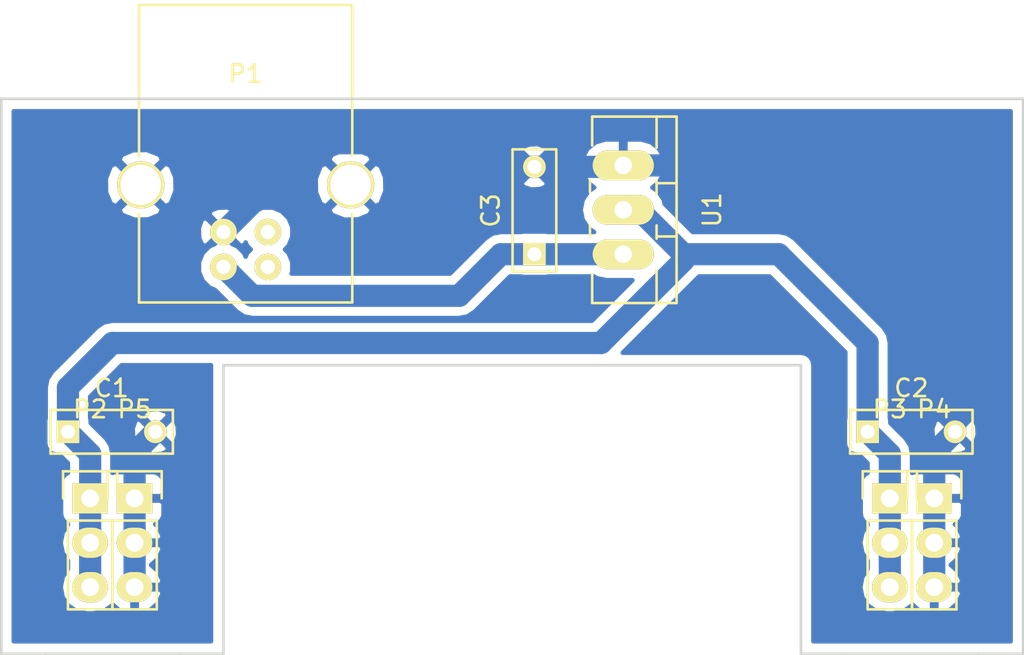
<source format=kicad_pcb>
(kicad_pcb (version 4) (host pcbnew "(2015-12-07 BZR 6352)-product")

  (general
    (links 22)
    (no_connects 0)
    (area 147.237667 52.509979 205.822334 90.245001)
    (thickness 1.6)
    (drawings 14)
    (tracks 41)
    (zones 0)
    (modules 9)
    (nets 6)
  )

  (page A4)
  (layers
    (0 F.Cu signal)
    (31 B.Cu signal)
    (32 B.Adhes user)
    (33 F.Adhes user)
    (34 B.Paste user)
    (35 F.Paste user)
    (36 B.SilkS user)
    (37 F.SilkS user)
    (38 B.Mask user)
    (39 F.Mask user)
    (40 Dwgs.User user)
    (41 Cmts.User user)
    (42 Eco1.User user)
    (43 Eco2.User user)
    (44 Edge.Cuts user)
    (45 Margin user)
    (46 B.CrtYd user)
    (47 F.CrtYd user)
    (48 B.Fab user)
    (49 F.Fab user)
  )

  (setup
    (last_trace_width 0.254)
    (user_trace_width 1.27)
    (trace_clearance 0.254)
    (zone_clearance 0.508)
    (zone_45_only no)
    (trace_min 0.2)
    (segment_width 0.2)
    (edge_width 0.15)
    (via_size 0.6)
    (via_drill 0.4)
    (via_min_size 0.4)
    (via_min_drill 0.3)
    (uvia_size 0.3)
    (uvia_drill 0.1)
    (uvias_allowed no)
    (uvia_min_size 0)
    (uvia_min_drill 0)
    (pcb_text_width 0.3)
    (pcb_text_size 1.5 1.5)
    (mod_edge_width 0.15)
    (mod_text_size 1 1)
    (mod_text_width 0.15)
    (pad_size 1.524 1.524)
    (pad_drill 0.762)
    (pad_to_mask_clearance 0.2)
    (aux_axis_origin 0 0)
    (visible_elements FFFFFF7F)
    (pcbplotparams
      (layerselection 0x01000_80000000)
      (usegerberextensions false)
      (excludeedgelayer true)
      (linewidth 0.100000)
      (plotframeref false)
      (viasonmask false)
      (mode 1)
      (useauxorigin false)
      (hpglpennumber 1)
      (hpglpenspeed 20)
      (hpglpendiameter 15)
      (hpglpenoverlay 2)
      (psnegative false)
      (psa4output false)
      (plotreference true)
      (plotvalue true)
      (plotinvisibletext false)
      (padsonsilk false)
      (subtractmaskfromsilk false)
      (outputformat 1)
      (mirror false)
      (drillshape 0)
      (scaleselection 1)
      (outputdirectory ""))
  )

  (net 0 "")
  (net 1 "Net-(C1-Pad1)")
  (net 2 GND)
  (net 3 "Net-(C3-Pad1)")
  (net 4 "Net-(P1-Pad2)")
  (net 5 "Net-(P1-Pad3)")

  (net_class Default "This is the default net class."
    (clearance 0.254)
    (trace_width 0.254)
    (via_dia 0.6)
    (via_drill 0.4)
    (uvia_dia 0.3)
    (uvia_drill 0.1)
    (add_net GND)
    (add_net "Net-(C1-Pad1)")
    (add_net "Net-(C3-Pad1)")
    (add_net "Net-(P1-Pad2)")
    (add_net "Net-(P1-Pad3)")
  )

  (module Capacitors_ThroughHole:C_Rect_L7_W2.5_P5 (layer F.Cu) (tedit 0) (tstamp 56B56E50)
    (at 3.81 -12.7)
    (descr "Film Capacitor Length 7mm x Width 2.5mm, Pitch 5mm")
    (tags Capacitor)
    (path /56B56E62)
    (fp_text reference C1 (at 2.5 -2.5) (layer F.SilkS)
      (effects (font (size 1 1) (thickness 0.15)))
    )
    (fp_text value .1u (at 2.5 2.5) (layer F.Fab)
      (effects (font (size 1 1) (thickness 0.15)))
    )
    (fp_line (start -1.25 -1.5) (end 6.25 -1.5) (layer F.CrtYd) (width 0.05))
    (fp_line (start 6.25 -1.5) (end 6.25 1.5) (layer F.CrtYd) (width 0.05))
    (fp_line (start 6.25 1.5) (end -1.25 1.5) (layer F.CrtYd) (width 0.05))
    (fp_line (start -1.25 1.5) (end -1.25 -1.5) (layer F.CrtYd) (width 0.05))
    (fp_line (start -1 -1.25) (end 6 -1.25) (layer F.SilkS) (width 0.15))
    (fp_line (start 6 -1.25) (end 6 1.25) (layer F.SilkS) (width 0.15))
    (fp_line (start 6 1.25) (end -1 1.25) (layer F.SilkS) (width 0.15))
    (fp_line (start -1 1.25) (end -1 -1.25) (layer F.SilkS) (width 0.15))
    (pad 1 thru_hole rect (at 0 0) (size 1.3 1.3) (drill 0.8) (layers *.Cu *.Mask F.SilkS)
      (net 1 "Net-(C1-Pad1)"))
    (pad 2 thru_hole circle (at 5 0) (size 1.3 1.3) (drill 0.8) (layers *.Cu *.Mask F.SilkS)
      (net 2 GND))
  )

  (module Capacitors_ThroughHole:C_Rect_L7_W2.5_P5 (layer F.Cu) (tedit 0) (tstamp 56B56E56)
    (at 49.53 -12.7)
    (descr "Film Capacitor Length 7mm x Width 2.5mm, Pitch 5mm")
    (tags Capacitor)
    (path /56B56EE2)
    (fp_text reference C2 (at 2.5 -2.5) (layer F.SilkS)
      (effects (font (size 1 1) (thickness 0.15)))
    )
    (fp_text value .1u (at 2.5 2.5) (layer F.Fab)
      (effects (font (size 1 1) (thickness 0.15)))
    )
    (fp_line (start -1.25 -1.5) (end 6.25 -1.5) (layer F.CrtYd) (width 0.05))
    (fp_line (start 6.25 -1.5) (end 6.25 1.5) (layer F.CrtYd) (width 0.05))
    (fp_line (start 6.25 1.5) (end -1.25 1.5) (layer F.CrtYd) (width 0.05))
    (fp_line (start -1.25 1.5) (end -1.25 -1.5) (layer F.CrtYd) (width 0.05))
    (fp_line (start -1 -1.25) (end 6 -1.25) (layer F.SilkS) (width 0.15))
    (fp_line (start 6 -1.25) (end 6 1.25) (layer F.SilkS) (width 0.15))
    (fp_line (start 6 1.25) (end -1 1.25) (layer F.SilkS) (width 0.15))
    (fp_line (start -1 1.25) (end -1 -1.25) (layer F.SilkS) (width 0.15))
    (pad 1 thru_hole rect (at 0 0) (size 1.3 1.3) (drill 0.8) (layers *.Cu *.Mask F.SilkS)
      (net 1 "Net-(C1-Pad1)"))
    (pad 2 thru_hole circle (at 5 0) (size 1.3 1.3) (drill 0.8) (layers *.Cu *.Mask F.SilkS)
      (net 2 GND))
  )

  (module Capacitors_ThroughHole:C_Rect_L7_W2.5_P5 (layer F.Cu) (tedit 0) (tstamp 56B56E5C)
    (at 30.48 -22.86 90)
    (descr "Film Capacitor Length 7mm x Width 2.5mm, Pitch 5mm")
    (tags Capacitor)
    (path /56B56E22)
    (fp_text reference C3 (at 2.5 -2.5 90) (layer F.SilkS)
      (effects (font (size 1 1) (thickness 0.15)))
    )
    (fp_text value .47u (at 2.5 2.5 90) (layer F.Fab)
      (effects (font (size 1 1) (thickness 0.15)))
    )
    (fp_line (start -1.25 -1.5) (end 6.25 -1.5) (layer F.CrtYd) (width 0.05))
    (fp_line (start 6.25 -1.5) (end 6.25 1.5) (layer F.CrtYd) (width 0.05))
    (fp_line (start 6.25 1.5) (end -1.25 1.5) (layer F.CrtYd) (width 0.05))
    (fp_line (start -1.25 1.5) (end -1.25 -1.5) (layer F.CrtYd) (width 0.05))
    (fp_line (start -1 -1.25) (end 6 -1.25) (layer F.SilkS) (width 0.15))
    (fp_line (start 6 -1.25) (end 6 1.25) (layer F.SilkS) (width 0.15))
    (fp_line (start 6 1.25) (end -1 1.25) (layer F.SilkS) (width 0.15))
    (fp_line (start -1 1.25) (end -1 -1.25) (layer F.SilkS) (width 0.15))
    (pad 1 thru_hole rect (at 0 0 90) (size 1.3 1.3) (drill 0.8) (layers *.Cu *.Mask F.SilkS)
      (net 3 "Net-(C3-Pad1)"))
    (pad 2 thru_hole circle (at 5 0 90) (size 1.3 1.3) (drill 0.8) (layers *.Cu *.Mask F.SilkS)
      (net 2 GND))
  )

  (module Connect:USB_B (layer F.Cu) (tedit 55B36073) (tstamp 56B56E66)
    (at 12.7 -22.13102 90)
    (descr "USB B connector")
    (tags "USB_B USB_DEV")
    (path /56B56D08)
    (fp_text reference P1 (at 11.049 1.27 180) (layer F.SilkS)
      (effects (font (size 1 1) (thickness 0.15)))
    )
    (fp_text value USB_B (at 4.699 1.27 180) (layer F.Fab)
      (effects (font (size 1 1) (thickness 0.15)))
    )
    (fp_line (start 15.25 8.9) (end -2.3 8.9) (layer F.CrtYd) (width 0.05))
    (fp_line (start -2.3 8.9) (end -2.3 -6.35) (layer F.CrtYd) (width 0.05))
    (fp_line (start -2.3 -6.35) (end 15.25 -6.35) (layer F.CrtYd) (width 0.05))
    (fp_line (start 15.25 -6.35) (end 15.25 8.9) (layer F.CrtYd) (width 0.05))
    (fp_line (start 6.35 7.366) (end 14.986 7.366) (layer F.SilkS) (width 0.15))
    (fp_line (start -2.032 7.366) (end 3.048 7.366) (layer F.SilkS) (width 0.15))
    (fp_line (start 6.35 -4.826) (end 14.986 -4.826) (layer F.SilkS) (width 0.15))
    (fp_line (start -2.032 -4.826) (end 3.048 -4.826) (layer F.SilkS) (width 0.15))
    (fp_line (start 14.986 -4.826) (end 14.986 7.366) (layer F.SilkS) (width 0.15))
    (fp_line (start -2.032 7.366) (end -2.032 -4.826) (layer F.SilkS) (width 0.15))
    (pad 2 thru_hole circle (at 0 2.54) (size 1.524 1.524) (drill 0.8128) (layers *.Cu *.Mask F.SilkS)
      (net 4 "Net-(P1-Pad2)"))
    (pad 1 thru_hole circle (at 0 0) (size 1.524 1.524) (drill 0.8128) (layers *.Cu *.Mask F.SilkS)
      (net 3 "Net-(C3-Pad1)"))
    (pad 4 thru_hole circle (at 1.99898 0) (size 1.524 1.524) (drill 0.8128) (layers *.Cu *.Mask F.SilkS)
      (net 2 GND))
    (pad 3 thru_hole circle (at 1.99898 2.54) (size 1.524 1.524) (drill 0.8128) (layers *.Cu *.Mask F.SilkS)
      (net 5 "Net-(P1-Pad3)"))
    (pad 5 thru_hole circle (at 4.699 7.26948) (size 2.70002 2.70002) (drill 2.30124) (layers *.Cu *.Mask F.SilkS)
      (net 2 GND))
    (pad 5 thru_hole circle (at 4.699 -4.72948) (size 2.70002 2.70002) (drill 2.30124) (layers *.Cu *.Mask F.SilkS)
      (net 2 GND))
    (model Connect.3dshapes/USB_B.wrl
      (at (xyz 0.185 -0.05 0.001))
      (scale (xyz 0.3937 0.3937 0.3937))
      (rotate (xyz 0 0 -90))
    )
  )

  (module Pin_Headers:Pin_Header_Straight_1x03 (layer F.Cu) (tedit 0) (tstamp 56B56E6D)
    (at 5.08 -8.89)
    (descr "Through hole pin header")
    (tags "pin header")
    (path /56B56F63)
    (fp_text reference P2 (at 0 -5.1) (layer F.SilkS)
      (effects (font (size 1 1) (thickness 0.15)))
    )
    (fp_text value CONN_01X03 (at 0 -3.1) (layer F.Fab)
      (effects (font (size 1 1) (thickness 0.15)))
    )
    (fp_line (start -1.75 -1.75) (end -1.75 6.85) (layer F.CrtYd) (width 0.05))
    (fp_line (start 1.75 -1.75) (end 1.75 6.85) (layer F.CrtYd) (width 0.05))
    (fp_line (start -1.75 -1.75) (end 1.75 -1.75) (layer F.CrtYd) (width 0.05))
    (fp_line (start -1.75 6.85) (end 1.75 6.85) (layer F.CrtYd) (width 0.05))
    (fp_line (start -1.27 1.27) (end -1.27 6.35) (layer F.SilkS) (width 0.15))
    (fp_line (start -1.27 6.35) (end 1.27 6.35) (layer F.SilkS) (width 0.15))
    (fp_line (start 1.27 6.35) (end 1.27 1.27) (layer F.SilkS) (width 0.15))
    (fp_line (start 1.55 -1.55) (end 1.55 0) (layer F.SilkS) (width 0.15))
    (fp_line (start 1.27 1.27) (end -1.27 1.27) (layer F.SilkS) (width 0.15))
    (fp_line (start -1.55 0) (end -1.55 -1.55) (layer F.SilkS) (width 0.15))
    (fp_line (start -1.55 -1.55) (end 1.55 -1.55) (layer F.SilkS) (width 0.15))
    (pad 1 thru_hole rect (at 0 0) (size 2.032 1.7272) (drill 1.016) (layers *.Cu *.Mask F.SilkS)
      (net 1 "Net-(C1-Pad1)"))
    (pad 2 thru_hole oval (at 0 2.54) (size 2.032 1.7272) (drill 1.016) (layers *.Cu *.Mask F.SilkS)
      (net 1 "Net-(C1-Pad1)"))
    (pad 3 thru_hole oval (at 0 5.08) (size 2.032 1.7272) (drill 1.016) (layers *.Cu *.Mask F.SilkS)
      (net 1 "Net-(C1-Pad1)"))
    (model Pin_Headers.3dshapes/Pin_Header_Straight_1x03.wrl
      (at (xyz 0 -0.1 0))
      (scale (xyz 1 1 1))
      (rotate (xyz 0 0 90))
    )
  )

  (module Pin_Headers:Pin_Header_Straight_1x03 (layer F.Cu) (tedit 0) (tstamp 56B56E74)
    (at 50.8 -8.89)
    (descr "Through hole pin header")
    (tags "pin header")
    (path /56B56FC2)
    (fp_text reference P3 (at 0 -5.1) (layer F.SilkS)
      (effects (font (size 1 1) (thickness 0.15)))
    )
    (fp_text value CONN_01X03 (at 0 -3.1) (layer F.Fab)
      (effects (font (size 1 1) (thickness 0.15)))
    )
    (fp_line (start -1.75 -1.75) (end -1.75 6.85) (layer F.CrtYd) (width 0.05))
    (fp_line (start 1.75 -1.75) (end 1.75 6.85) (layer F.CrtYd) (width 0.05))
    (fp_line (start -1.75 -1.75) (end 1.75 -1.75) (layer F.CrtYd) (width 0.05))
    (fp_line (start -1.75 6.85) (end 1.75 6.85) (layer F.CrtYd) (width 0.05))
    (fp_line (start -1.27 1.27) (end -1.27 6.35) (layer F.SilkS) (width 0.15))
    (fp_line (start -1.27 6.35) (end 1.27 6.35) (layer F.SilkS) (width 0.15))
    (fp_line (start 1.27 6.35) (end 1.27 1.27) (layer F.SilkS) (width 0.15))
    (fp_line (start 1.55 -1.55) (end 1.55 0) (layer F.SilkS) (width 0.15))
    (fp_line (start 1.27 1.27) (end -1.27 1.27) (layer F.SilkS) (width 0.15))
    (fp_line (start -1.55 0) (end -1.55 -1.55) (layer F.SilkS) (width 0.15))
    (fp_line (start -1.55 -1.55) (end 1.55 -1.55) (layer F.SilkS) (width 0.15))
    (pad 1 thru_hole rect (at 0 0) (size 2.032 1.7272) (drill 1.016) (layers *.Cu *.Mask F.SilkS)
      (net 1 "Net-(C1-Pad1)"))
    (pad 2 thru_hole oval (at 0 2.54) (size 2.032 1.7272) (drill 1.016) (layers *.Cu *.Mask F.SilkS)
      (net 1 "Net-(C1-Pad1)"))
    (pad 3 thru_hole oval (at 0 5.08) (size 2.032 1.7272) (drill 1.016) (layers *.Cu *.Mask F.SilkS)
      (net 1 "Net-(C1-Pad1)"))
    (model Pin_Headers.3dshapes/Pin_Header_Straight_1x03.wrl
      (at (xyz 0 -0.1 0))
      (scale (xyz 1 1 1))
      (rotate (xyz 0 0 90))
    )
  )

  (module Pin_Headers:Pin_Header_Straight_1x03 (layer F.Cu) (tedit 0) (tstamp 56B56E7B)
    (at 53.34 -8.89)
    (descr "Through hole pin header")
    (tags "pin header")
    (path /56B56FFB)
    (fp_text reference P4 (at 0 -5.1) (layer F.SilkS)
      (effects (font (size 1 1) (thickness 0.15)))
    )
    (fp_text value CONN_01X03 (at 0 -3.1) (layer F.Fab)
      (effects (font (size 1 1) (thickness 0.15)))
    )
    (fp_line (start -1.75 -1.75) (end -1.75 6.85) (layer F.CrtYd) (width 0.05))
    (fp_line (start 1.75 -1.75) (end 1.75 6.85) (layer F.CrtYd) (width 0.05))
    (fp_line (start -1.75 -1.75) (end 1.75 -1.75) (layer F.CrtYd) (width 0.05))
    (fp_line (start -1.75 6.85) (end 1.75 6.85) (layer F.CrtYd) (width 0.05))
    (fp_line (start -1.27 1.27) (end -1.27 6.35) (layer F.SilkS) (width 0.15))
    (fp_line (start -1.27 6.35) (end 1.27 6.35) (layer F.SilkS) (width 0.15))
    (fp_line (start 1.27 6.35) (end 1.27 1.27) (layer F.SilkS) (width 0.15))
    (fp_line (start 1.55 -1.55) (end 1.55 0) (layer F.SilkS) (width 0.15))
    (fp_line (start 1.27 1.27) (end -1.27 1.27) (layer F.SilkS) (width 0.15))
    (fp_line (start -1.55 0) (end -1.55 -1.55) (layer F.SilkS) (width 0.15))
    (fp_line (start -1.55 -1.55) (end 1.55 -1.55) (layer F.SilkS) (width 0.15))
    (pad 1 thru_hole rect (at 0 0) (size 2.032 1.7272) (drill 1.016) (layers *.Cu *.Mask F.SilkS)
      (net 2 GND))
    (pad 2 thru_hole oval (at 0 2.54) (size 2.032 1.7272) (drill 1.016) (layers *.Cu *.Mask F.SilkS)
      (net 2 GND))
    (pad 3 thru_hole oval (at 0 5.08) (size 2.032 1.7272) (drill 1.016) (layers *.Cu *.Mask F.SilkS)
      (net 2 GND))
    (model Pin_Headers.3dshapes/Pin_Header_Straight_1x03.wrl
      (at (xyz 0 -0.1 0))
      (scale (xyz 1 1 1))
      (rotate (xyz 0 0 90))
    )
  )

  (module Pin_Headers:Pin_Header_Straight_1x03 (layer F.Cu) (tedit 0) (tstamp 56B56E82)
    (at 7.62 -8.89)
    (descr "Through hole pin header")
    (tags "pin header")
    (path /56B5704D)
    (fp_text reference P5 (at 0 -5.1) (layer F.SilkS)
      (effects (font (size 1 1) (thickness 0.15)))
    )
    (fp_text value CONN_01X03 (at 0 -3.1) (layer F.Fab)
      (effects (font (size 1 1) (thickness 0.15)))
    )
    (fp_line (start -1.75 -1.75) (end -1.75 6.85) (layer F.CrtYd) (width 0.05))
    (fp_line (start 1.75 -1.75) (end 1.75 6.85) (layer F.CrtYd) (width 0.05))
    (fp_line (start -1.75 -1.75) (end 1.75 -1.75) (layer F.CrtYd) (width 0.05))
    (fp_line (start -1.75 6.85) (end 1.75 6.85) (layer F.CrtYd) (width 0.05))
    (fp_line (start -1.27 1.27) (end -1.27 6.35) (layer F.SilkS) (width 0.15))
    (fp_line (start -1.27 6.35) (end 1.27 6.35) (layer F.SilkS) (width 0.15))
    (fp_line (start 1.27 6.35) (end 1.27 1.27) (layer F.SilkS) (width 0.15))
    (fp_line (start 1.55 -1.55) (end 1.55 0) (layer F.SilkS) (width 0.15))
    (fp_line (start 1.27 1.27) (end -1.27 1.27) (layer F.SilkS) (width 0.15))
    (fp_line (start -1.55 0) (end -1.55 -1.55) (layer F.SilkS) (width 0.15))
    (fp_line (start -1.55 -1.55) (end 1.55 -1.55) (layer F.SilkS) (width 0.15))
    (pad 1 thru_hole rect (at 0 0) (size 2.032 1.7272) (drill 1.016) (layers *.Cu *.Mask F.SilkS)
      (net 2 GND))
    (pad 2 thru_hole oval (at 0 2.54) (size 2.032 1.7272) (drill 1.016) (layers *.Cu *.Mask F.SilkS)
      (net 2 GND))
    (pad 3 thru_hole oval (at 0 5.08) (size 2.032 1.7272) (drill 1.016) (layers *.Cu *.Mask F.SilkS)
      (net 2 GND))
    (model Pin_Headers.3dshapes/Pin_Header_Straight_1x03.wrl
      (at (xyz 0 -0.1 0))
      (scale (xyz 1 1 1))
      (rotate (xyz 0 0 90))
    )
  )

  (module TO_SOT_Packages_THT:TO-220_Neutral123_Vertical_LargePads (layer F.Cu) (tedit 0) (tstamp 56B56E89)
    (at 35.56 -25.4 270)
    (descr "TO-220, Neutral, Vertical, Large Pads,")
    (tags "TO-220, Neutral, Vertical, Large Pads,")
    (path /56B56D55)
    (fp_text reference U1 (at 0 -5.08 270) (layer F.SilkS)
      (effects (font (size 1 1) (thickness 0.15)))
    )
    (fp_text value LD33V3 (at 0 3.81 270) (layer F.Fab)
      (effects (font (size 1 1) (thickness 0.15)))
    )
    (fp_line (start 5.334 -1.905) (end 3.429 -1.905) (layer F.SilkS) (width 0.15))
    (fp_line (start 0.889 -1.905) (end 1.651 -1.905) (layer F.SilkS) (width 0.15))
    (fp_line (start -1.524 -1.905) (end -1.651 -1.905) (layer F.SilkS) (width 0.15))
    (fp_line (start -1.524 -1.905) (end -0.889 -1.905) (layer F.SilkS) (width 0.15))
    (fp_line (start -5.334 -1.905) (end -3.556 -1.905) (layer F.SilkS) (width 0.15))
    (fp_line (start -5.334 1.778) (end -3.683 1.778) (layer F.SilkS) (width 0.15))
    (fp_line (start -1.016 1.905) (end -1.651 1.905) (layer F.SilkS) (width 0.15))
    (fp_line (start 1.524 1.905) (end 0.889 1.905) (layer F.SilkS) (width 0.15))
    (fp_line (start 5.334 1.778) (end 3.683 1.778) (layer F.SilkS) (width 0.15))
    (fp_line (start -1.524 -3.048) (end -1.524 -1.905) (layer F.SilkS) (width 0.15))
    (fp_line (start 1.524 -3.048) (end 1.524 -1.905) (layer F.SilkS) (width 0.15))
    (fp_line (start 5.334 -1.905) (end 5.334 1.778) (layer F.SilkS) (width 0.15))
    (fp_line (start -5.334 1.778) (end -5.334 -1.905) (layer F.SilkS) (width 0.15))
    (fp_line (start 5.334 -3.048) (end 5.334 -1.905) (layer F.SilkS) (width 0.15))
    (fp_line (start -5.334 -1.905) (end -5.334 -3.048) (layer F.SilkS) (width 0.15))
    (fp_line (start 0 -3.048) (end -5.334 -3.048) (layer F.SilkS) (width 0.15))
    (fp_line (start 0 -3.048) (end 5.334 -3.048) (layer F.SilkS) (width 0.15))
    (pad 2 thru_hole oval (at 0 0) (size 3.50012 1.69926) (drill 1.00076) (layers *.Cu *.Mask F.SilkS)
      (net 1 "Net-(C1-Pad1)"))
    (pad 1 thru_hole oval (at -2.54 0) (size 3.50012 1.69926) (drill 1.00076) (layers *.Cu *.Mask F.SilkS)
      (net 2 GND))
    (pad 3 thru_hole oval (at 2.54 0) (size 3.50012 1.69926) (drill 1.00076) (layers *.Cu *.Mask F.SilkS)
      (net 3 "Net-(C3-Pad1)"))
    (model TO_SOT_Packages_THT.3dshapes/TO-220_Neutral123_Vertical_LargePads.wrl
      (at (xyz 0 0 0))
      (scale (xyz 0.3937 0.3937 0.3937))
      (rotate (xyz 0 0 0))
    )
  )

  (gr_line (start 58.42 -31.75) (end 58.42 -24.13) (layer Edge.Cuts) (width 0.15))
  (gr_line (start 0 -31.75) (end 58.42 -31.75) (layer Edge.Cuts) (width 0.15))
  (gr_line (start 0 -24.13) (end 0 -31.75) (layer Edge.Cuts) (width 0.15))
  (gr_line (start 58.42 0) (end 58.42 -24.13) (layer Edge.Cuts) (width 0.15))
  (gr_line (start 55.88 0) (end 58.42 0) (layer Edge.Cuts) (width 0.15))
  (gr_line (start 0 0) (end 0 -24.13) (layer Edge.Cuts) (width 0.15))
  (gr_line (start 2.54 0) (end 0 0) (layer Edge.Cuts) (width 0.15))
  (gr_line (start 45.72 0) (end 48.26 0) (layer Edge.Cuts) (width 0.15))
  (gr_line (start 45.72 -16.51) (end 45.72 0) (layer Edge.Cuts) (width 0.15))
  (gr_line (start 12.7 -16.51) (end 45.72 -16.51) (layer Edge.Cuts) (width 0.15))
  (gr_line (start 12.7 0) (end 12.7 -16.51) (layer Edge.Cuts) (width 0.15))
  (gr_line (start 10.16 0) (end 12.7 0) (layer Edge.Cuts) (width 0.15))
  (gr_line (start 48.26 0) (end 55.88 0) (layer Edge.Cuts) (width 0.15))
  (gr_line (start 10.16 0) (end 2.54 0) (layer Edge.Cuts) (width 0.15))

  (segment (start 3.81 -15.24) (end 3.81 -12.7) (width 1.27) (layer B.Cu) (net 1))
  (segment (start 34.29 -17.78) (end 6.35 -17.78) (width 1.27) (layer B.Cu) (net 1))
  (segment (start 3.81 -15.24) (end 6.35 -17.78) (width 1.27) (layer B.Cu) (net 1))
  (segment (start 39.00043 -22.86) (end 39.00043 -22.49043) (width 1.27) (layer B.Cu) (net 1))
  (segment (start 39.00043 -22.49043) (end 34.29 -17.78) (width 1.27) (layer B.Cu) (net 1))
  (segment (start 44.45 -22.86) (end 49.53 -17.78) (width 1.27) (layer B.Cu) (net 1))
  (segment (start 49.53 -17.78) (end 49.53 -12.7) (width 1.27) (layer B.Cu) (net 1))
  (segment (start 39.00043 -22.86) (end 44.45 -22.86) (width 1.27) (layer B.Cu) (net 1))
  (segment (start 36.46043 -25.4) (end 39.00043 -22.86) (width 1.27) (layer B.Cu) (net 1))
  (segment (start 35.56 -25.4) (end 36.46043 -25.4) (width 1.27) (layer B.Cu) (net 1))
  (segment (start 50.8 -8.89) (end 50.8 -11.43) (width 1.27) (layer B.Cu) (net 1) (status 10))
  (segment (start 50.8 -11.43) (end 49.53 -12.7) (width 1.27) (layer B.Cu) (net 1) (status 20))
  (segment (start 50.8 -6.35) (end 50.8 -8.89) (width 1.27) (layer B.Cu) (net 1) (status 30))
  (segment (start 50.8 -3.81) (end 50.8 -6.35) (width 1.27) (layer B.Cu) (net 1) (status 30))
  (segment (start 5.08 -8.89) (end 5.08 -11.43) (width 1.27) (layer B.Cu) (net 1) (status 10))
  (segment (start 5.08 -11.43) (end 3.81 -12.7) (width 1.27) (layer B.Cu) (net 1) (status 20))
  (segment (start 5.08 -6.35) (end 5.08 -8.89) (width 1.27) (layer B.Cu) (net 1) (status 30))
  (segment (start 5.08 -3.81) (end 5.08 -6.35) (width 1.27) (layer B.Cu) (net 1) (status 30))
  (segment (start 54.53 -13.619238) (end 54.53 -12.7) (width 1.27) (layer B.Cu) (net 2))
  (segment (start 35.56 -27.94) (end 41.525277 -27.94) (width 1.27) (layer B.Cu) (net 2))
  (segment (start 54.53 -14.935277) (end 54.53 -13.619238) (width 1.27) (layer B.Cu) (net 2))
  (segment (start 24.13 -29.21) (end 17.78 -29.21) (width 1.27) (layer B.Cu) (net 2))
  (segment (start 17.78 -29.21) (end 12.7 -24.13) (width 1.27) (layer B.Cu) (net 2))
  (segment (start 25.48 -27.86) (end 24.13 -29.21) (width 1.27) (layer B.Cu) (net 2))
  (segment (start 30.48 -27.86) (end 25.48 -27.86) (width 1.27) (layer B.Cu) (net 2))
  (segment (start 36.46043 -27.94) (end 35.56 -27.94) (width 1.27) (layer B.Cu) (net 2) (status 30))
  (segment (start 30.48 -27.86) (end 35.48 -27.86) (width 1.27) (layer B.Cu) (net 2) (status 30))
  (segment (start 35.48 -27.86) (end 35.56 -27.94) (width 1.27) (layer B.Cu) (net 2) (status 30))
  (segment (start 53.34 -8.89) (end 53.34 -11.51) (width 1.27) (layer B.Cu) (net 2) (status 10))
  (segment (start 53.34 -11.51) (end 54.53 -12.7) (width 1.27) (layer B.Cu) (net 2) (status 20))
  (segment (start 53.34 -6.35) (end 53.34 -8.89) (width 1.27) (layer B.Cu) (net 2) (status 30))
  (segment (start 53.34 -3.81) (end 53.34 -6.35) (width 1.27) (layer B.Cu) (net 2) (status 30))
  (segment (start 7.62 -8.89) (end 7.62 -11.51) (width 1.27) (layer B.Cu) (net 2) (status 10))
  (segment (start 7.62 -11.51) (end 8.81 -12.7) (width 1.27) (layer B.Cu) (net 2) (status 20))
  (segment (start 7.62 -6.35) (end 7.62 -8.89) (width 1.27) (layer B.Cu) (net 2) (status 30))
  (segment (start 7.62 -3.81) (end 7.62 -6.35) (width 1.27) (layer B.Cu) (net 2) (status 30))
  (segment (start 12.7 -22.13102) (end 14.351001 -20.480019) (width 1.27) (layer B.Cu) (net 3))
  (segment (start 14.351001 -20.480019) (end 26.180019 -20.480019) (width 1.27) (layer B.Cu) (net 3))
  (segment (start 26.180019 -20.480019) (end 28.56 -22.86) (width 1.27) (layer B.Cu) (net 3))
  (segment (start 28.56 -22.86) (end 30.48 -22.86) (width 1.27) (layer B.Cu) (net 3))
  (segment (start 30.48 -22.86) (end 35.56 -22.86) (width 1.27) (layer B.Cu) (net 3) (status 30))

  (zone (net 2) (net_name GND) (layer B.Cu) (tstamp 0) (hatch edge 0.508)
    (connect_pads (clearance 0.508))
    (min_thickness 0.254)
    (fill yes (arc_segments 16) (thermal_gap 0.508) (thermal_bridge_width 0.508))
    (polygon
      (pts
        (xy 0 -31.75) (xy 0 0) (xy 12.7 0) (xy 12.7 -16.51) (xy 45.72 -16.51)
        (xy 45.72 0) (xy 58.42 0) (xy 58.42 -31.75)
      )
    )
    (filled_polygon
      (pts
        (xy 57.71 -0.71) (xy 46.43 -0.71) (xy 46.43 -16.51) (xy 46.375954 -16.781705) (xy 46.222046 -17.012046)
        (xy 45.991705 -17.165954) (xy 45.72 -17.22) (xy 35.526052 -17.22) (xy 39.896052 -21.59) (xy 43.923948 -21.59)
        (xy 48.26 -17.253948) (xy 48.26 -13.485503) (xy 48.23256 -13.35) (xy 48.23256 -12.05) (xy 48.276838 -11.814683)
        (xy 48.41591 -11.598559) (xy 48.62811 -11.453569) (xy 48.88 -11.40256) (xy 49.031388 -11.40256) (xy 49.53 -10.903949)
        (xy 49.53 -10.34474) (xy 49.332559 -10.21769) (xy 49.187569 -10.00549) (xy 49.13656 -9.7536) (xy 49.13656 -8.0264)
        (xy 49.180838 -7.791083) (xy 49.31991 -7.574959) (xy 49.53 -7.431411) (xy 49.53 -7.371379) (xy 49.230729 -6.923489)
        (xy 49.116655 -6.35) (xy 49.230729 -5.776511) (xy 49.53 -5.328621) (xy 49.53 -4.831379) (xy 49.230729 -4.383489)
        (xy 49.116655 -3.81) (xy 49.230729 -3.236511) (xy 49.555585 -2.75033) (xy 50.041766 -2.425474) (xy 50.615255 -2.3114)
        (xy 50.984745 -2.3114) (xy 51.558234 -2.425474) (xy 52.044415 -2.75033) (xy 52.089754 -2.818184) (xy 52.42568 -2.518046)
        (xy 52.978087 -2.324816) (xy 53.213 -2.469076) (xy 53.213 -3.683) (xy 53.467 -3.683) (xy 53.467 -2.469076)
        (xy 53.701913 -2.324816) (xy 54.25432 -2.518046) (xy 54.690732 -2.907964) (xy 54.944709 -3.435209) (xy 54.947358 -3.450974)
        (xy 54.826217 -3.683) (xy 53.467 -3.683) (xy 53.213 -3.683) (xy 53.193 -3.683) (xy 53.193 -3.937)
        (xy 53.213 -3.937) (xy 53.213 -6.223) (xy 53.467 -6.223) (xy 53.467 -3.937) (xy 54.826217 -3.937)
        (xy 54.947358 -4.169026) (xy 54.944709 -4.184791) (xy 54.690732 -4.712036) (xy 54.278892 -5.08) (xy 54.690732 -5.447964)
        (xy 54.944709 -5.975209) (xy 54.947358 -5.990974) (xy 54.826217 -6.223) (xy 53.467 -6.223) (xy 53.213 -6.223)
        (xy 53.193 -6.223) (xy 53.193 -6.477) (xy 53.213 -6.477) (xy 53.213 -8.763) (xy 53.467 -8.763)
        (xy 53.467 -6.477) (xy 54.826217 -6.477) (xy 54.947358 -6.709026) (xy 54.944709 -6.724791) (xy 54.690732 -7.252036)
        (xy 54.518139 -7.406241) (xy 54.715698 -7.488073) (xy 54.894327 -7.666701) (xy 54.991 -7.90009) (xy 54.991 -8.60425)
        (xy 54.83225 -8.763) (xy 53.467 -8.763) (xy 53.213 -8.763) (xy 53.193 -8.763) (xy 53.193 -9.017)
        (xy 53.213 -9.017) (xy 53.213 -10.22985) (xy 53.467 -10.22985) (xy 53.467 -9.017) (xy 54.83225 -9.017)
        (xy 54.991 -9.17575) (xy 54.991 -9.87991) (xy 54.894327 -10.113299) (xy 54.715698 -10.291927) (xy 54.482309 -10.3886)
        (xy 53.62575 -10.3886) (xy 53.467 -10.22985) (xy 53.213 -10.22985) (xy 53.05425 -10.3886) (xy 52.197691 -10.3886)
        (xy 52.081737 -10.34057) (xy 52.07 -10.348589) (xy 52.07 -11.43) (xy 51.996207 -11.800984) (xy 53.81059 -11.800984)
        (xy 53.866271 -11.570389) (xy 54.349078 -11.402378) (xy 54.859428 -11.431917) (xy 55.193729 -11.570389) (xy 55.24941 -11.800984)
        (xy 54.53 -12.520395) (xy 53.81059 -11.800984) (xy 51.996207 -11.800984) (xy 51.973327 -11.916008) (xy 51.698026 -12.328026)
        (xy 51.698023 -12.328028) (xy 51.14513 -12.880922) (xy 53.232378 -12.880922) (xy 53.261917 -12.370572) (xy 53.400389 -12.036271)
        (xy 53.630984 -11.98059) (xy 54.350395 -12.7) (xy 54.709605 -12.7) (xy 55.429016 -11.98059) (xy 55.659611 -12.036271)
        (xy 55.827622 -12.519078) (xy 55.798083 -13.029428) (xy 55.659611 -13.363729) (xy 55.429016 -13.41941) (xy 54.709605 -12.7)
        (xy 54.350395 -12.7) (xy 53.630984 -13.41941) (xy 53.400389 -13.363729) (xy 53.232378 -12.880922) (xy 51.14513 -12.880922)
        (xy 50.82744 -13.198612) (xy 50.82744 -13.35) (xy 50.8 -13.495831) (xy 50.8 -13.599016) (xy 53.81059 -13.599016)
        (xy 54.53 -12.879605) (xy 55.24941 -13.599016) (xy 55.193729 -13.829611) (xy 54.710922 -13.997622) (xy 54.200572 -13.968083)
        (xy 53.866271 -13.829611) (xy 53.81059 -13.599016) (xy 50.8 -13.599016) (xy 50.8 -17.779995) (xy 50.800001 -17.78)
        (xy 50.703327 -18.266008) (xy 50.428026 -18.678026) (xy 45.348026 -23.758026) (xy 44.936008 -24.033327) (xy 44.45 -24.130001)
        (xy 44.449995 -24.13) (xy 39.526481 -24.13) (xy 37.926061 -25.730421) (xy 37.878775 -25.968143) (xy 37.556948 -26.449792)
        (xy 37.219127 -26.675516) (xy 37.600024 -26.980011) (xy 37.880649 -27.48919) (xy 37.90154 -27.583168) (xy 37.780214 -27.813)
        (xy 35.687 -27.813) (xy 35.687 -27.793) (xy 35.433 -27.793) (xy 35.433 -27.813) (xy 33.339786 -27.813)
        (xy 33.21846 -27.583168) (xy 33.239351 -27.48919) (xy 33.519976 -26.980011) (xy 33.900873 -26.675516) (xy 33.563052 -26.449792)
        (xy 33.241225 -25.968143) (xy 33.128214 -25.4) (xy 33.241225 -24.831857) (xy 33.563052 -24.350208) (xy 33.892617 -24.13)
        (xy 31.265503 -24.13) (xy 31.13 -24.15744) (xy 29.83 -24.15744) (xy 29.684169 -24.13) (xy 28.56 -24.13)
        (xy 28.073992 -24.033327) (xy 27.661974 -23.758026) (xy 27.661972 -23.758023) (xy 25.653967 -21.750019) (xy 16.594444 -21.750019)
        (xy 16.636757 -21.85192) (xy 16.637242 -22.407681) (xy 16.42501 -22.921323) (xy 16.216168 -23.13053) (xy 16.423629 -23.33763)
        (xy 16.636757 -23.8509) (xy 16.637242 -24.406661) (xy 16.42501 -24.920303) (xy 16.03237 -25.313629) (xy 15.765558 -25.424419)
        (xy 18.743484 -25.424419) (xy 18.884952 -25.12123) (xy 19.621432 -24.836273) (xy 20.4109 -24.854846) (xy 21.054008 -25.12123)
        (xy 21.195476 -25.424419) (xy 19.96948 -26.650415) (xy 18.743484 -25.424419) (xy 15.765558 -25.424419) (xy 15.5191 -25.526757)
        (xy 14.963339 -25.527242) (xy 14.449697 -25.31501) (xy 14.056371 -24.92237) (xy 13.976605 -24.730273) (xy 13.922397 -24.861143)
        (xy 13.680213 -24.930608) (xy 12.879605 -24.13) (xy 13.680213 -23.329392) (xy 13.922397 -23.398857) (xy 13.972509 -23.539318)
        (xy 14.05499 -23.339697) (xy 14.263832 -23.13049) (xy 14.056371 -22.92339) (xy 13.970051 -22.715508) (xy 13.88501 -22.921323)
        (xy 13.49237 -23.314649) (xy 13.224529 -23.425866) (xy 12.7 -23.950395) (xy 12.175436 -23.425831) (xy 11.909697 -23.31603)
        (xy 11.516371 -22.92339) (xy 11.303243 -22.41012) (xy 11.302758 -21.854359) (xy 11.51499 -21.340717) (xy 11.90763 -20.947391)
        (xy 12.215356 -20.819612) (xy 13.452975 -19.581993) (xy 13.864993 -19.306692) (xy 14.351001 -19.210018) (xy 14.351006 -19.210019)
        (xy 26.180014 -19.210019) (xy 26.180019 -19.210018) (xy 26.666027 -19.306692) (xy 27.078045 -19.581993) (xy 29.086051 -21.59)
        (xy 29.694497 -21.59) (xy 29.83 -21.56256) (xy 31.13 -21.56256) (xy 31.275831 -21.59) (xy 33.892617 -21.59)
        (xy 34.044701 -21.488381) (xy 34.612844 -21.37537) (xy 36.089318 -21.37537) (xy 33.763948 -19.05) (xy 6.35 -19.05)
        (xy 5.863992 -18.953327) (xy 5.451974 -18.678026) (xy 5.451972 -18.678023) (xy 2.911974 -16.138026) (xy 2.636673 -15.726008)
        (xy 2.539999 -15.24) (xy 2.54 -15.239995) (xy 2.54 -13.485503) (xy 2.51256 -13.35) (xy 2.51256 -12.05)
        (xy 2.556838 -11.814683) (xy 2.69591 -11.598559) (xy 2.90811 -11.453569) (xy 3.16 -11.40256) (xy 3.311388 -11.40256)
        (xy 3.81 -10.903949) (xy 3.81 -10.34474) (xy 3.612559 -10.21769) (xy 3.467569 -10.00549) (xy 3.41656 -9.7536)
        (xy 3.41656 -8.0264) (xy 3.460838 -7.791083) (xy 3.59991 -7.574959) (xy 3.81 -7.431411) (xy 3.81 -7.371379)
        (xy 3.510729 -6.923489) (xy 3.396655 -6.35) (xy 3.510729 -5.776511) (xy 3.81 -5.328621) (xy 3.81 -4.831379)
        (xy 3.510729 -4.383489) (xy 3.396655 -3.81) (xy 3.510729 -3.236511) (xy 3.835585 -2.75033) (xy 4.321766 -2.425474)
        (xy 4.895255 -2.3114) (xy 5.264745 -2.3114) (xy 5.838234 -2.425474) (xy 6.324415 -2.75033) (xy 6.369754 -2.818184)
        (xy 6.70568 -2.518046) (xy 7.258087 -2.324816) (xy 7.493 -2.469076) (xy 7.493 -3.683) (xy 7.747 -3.683)
        (xy 7.747 -2.469076) (xy 7.981913 -2.324816) (xy 8.53432 -2.518046) (xy 8.970732 -2.907964) (xy 9.224709 -3.435209)
        (xy 9.227358 -3.450974) (xy 9.106217 -3.683) (xy 7.747 -3.683) (xy 7.493 -3.683) (xy 7.473 -3.683)
        (xy 7.473 -3.937) (xy 7.493 -3.937) (xy 7.493 -6.223) (xy 7.747 -6.223) (xy 7.747 -3.937)
        (xy 9.106217 -3.937) (xy 9.227358 -4.169026) (xy 9.224709 -4.184791) (xy 8.970732 -4.712036) (xy 8.558892 -5.08)
        (xy 8.970732 -5.447964) (xy 9.224709 -5.975209) (xy 9.227358 -5.990974) (xy 9.106217 -6.223) (xy 7.747 -6.223)
        (xy 7.493 -6.223) (xy 7.473 -6.223) (xy 7.473 -6.477) (xy 7.493 -6.477) (xy 7.493 -8.763)
        (xy 7.747 -8.763) (xy 7.747 -6.477) (xy 9.106217 -6.477) (xy 9.227358 -6.709026) (xy 9.224709 -6.724791)
        (xy 8.970732 -7.252036) (xy 8.798139 -7.406241) (xy 8.995698 -7.488073) (xy 9.174327 -7.666701) (xy 9.271 -7.90009)
        (xy 9.271 -8.60425) (xy 9.11225 -8.763) (xy 7.747 -8.763) (xy 7.493 -8.763) (xy 7.473 -8.763)
        (xy 7.473 -9.017) (xy 7.493 -9.017) (xy 7.493 -10.22985) (xy 7.747 -10.22985) (xy 7.747 -9.017)
        (xy 9.11225 -9.017) (xy 9.271 -9.17575) (xy 9.271 -9.87991) (xy 9.174327 -10.113299) (xy 8.995698 -10.291927)
        (xy 8.762309 -10.3886) (xy 7.90575 -10.3886) (xy 7.747 -10.22985) (xy 7.493 -10.22985) (xy 7.33425 -10.3886)
        (xy 6.477691 -10.3886) (xy 6.361737 -10.34057) (xy 6.35 -10.348589) (xy 6.35 -11.43) (xy 6.276207 -11.800984)
        (xy 8.09059 -11.800984) (xy 8.146271 -11.570389) (xy 8.629078 -11.402378) (xy 9.139428 -11.431917) (xy 9.473729 -11.570389)
        (xy 9.52941 -11.800984) (xy 8.81 -12.520395) (xy 8.09059 -11.800984) (xy 6.276207 -11.800984) (xy 6.253327 -11.916008)
        (xy 5.978026 -12.328026) (xy 5.978023 -12.328028) (xy 5.42513 -12.880922) (xy 7.512378 -12.880922) (xy 7.541917 -12.370572)
        (xy 7.680389 -12.036271) (xy 7.910984 -11.98059) (xy 8.630395 -12.7) (xy 8.989605 -12.7) (xy 9.709016 -11.98059)
        (xy 9.939611 -12.036271) (xy 10.107622 -12.519078) (xy 10.078083 -13.029428) (xy 9.939611 -13.363729) (xy 9.709016 -13.41941)
        (xy 8.989605 -12.7) (xy 8.630395 -12.7) (xy 7.910984 -13.41941) (xy 7.680389 -13.363729) (xy 7.512378 -12.880922)
        (xy 5.42513 -12.880922) (xy 5.10744 -13.198612) (xy 5.10744 -13.35) (xy 5.08 -13.495831) (xy 5.08 -13.599016)
        (xy 8.09059 -13.599016) (xy 8.81 -12.879605) (xy 9.52941 -13.599016) (xy 9.473729 -13.829611) (xy 8.990922 -13.997622)
        (xy 8.480572 -13.968083) (xy 8.146271 -13.829611) (xy 8.09059 -13.599016) (xy 5.08 -13.599016) (xy 5.08 -14.713948)
        (xy 6.876051 -16.51) (xy 11.99 -16.51) (xy 11.99 -0.71) (xy 0.71 -0.71) (xy 0.71 -24.337698)
        (xy 11.290856 -24.337698) (xy 11.318638 -23.782632) (xy 11.477603 -23.398857) (xy 11.719787 -23.329392) (xy 12.520395 -24.13)
        (xy 11.719787 -24.930608) (xy 11.477603 -24.861143) (xy 11.290856 -24.337698) (xy 0.71 -24.337698) (xy 0.71 -25.424419)
        (xy 6.744524 -25.424419) (xy 6.885992 -25.12123) (xy 7.622472 -24.836273) (xy 8.41194 -24.854846) (xy 9.02845 -25.110213)
        (xy 11.899392 -25.110213) (xy 12.7 -24.309605) (xy 13.500608 -25.110213) (xy 13.431143 -25.352397) (xy 12.907698 -25.539144)
        (xy 12.352632 -25.511362) (xy 11.968857 -25.352397) (xy 11.899392 -25.110213) (xy 9.02845 -25.110213) (xy 9.055048 -25.12123)
        (xy 9.196516 -25.424419) (xy 7.97052 -26.650415) (xy 6.744524 -25.424419) (xy 0.71 -25.424419) (xy 0.71 -27.178068)
        (xy 5.976773 -27.178068) (xy 5.995346 -26.3886) (xy 6.26173 -25.745492) (xy 6.564919 -25.604024) (xy 7.790915 -26.83002)
        (xy 8.150125 -26.83002) (xy 9.376121 -25.604024) (xy 9.67931 -25.745492) (xy 9.964267 -26.481972) (xy 9.947891 -27.178068)
        (xy 17.975733 -27.178068) (xy 17.994306 -26.3886) (xy 18.26069 -25.745492) (xy 18.563879 -25.604024) (xy 19.789875 -26.83002)
        (xy 20.149085 -26.83002) (xy 21.375081 -25.604024) (xy 21.67827 -25.745492) (xy 21.963227 -26.481972) (xy 21.951958 -26.960984)
        (xy 29.76059 -26.960984) (xy 29.816271 -26.730389) (xy 30.299078 -26.562378) (xy 30.809428 -26.591917) (xy 31.143729 -26.730389)
        (xy 31.19941 -26.960984) (xy 30.48 -27.680395) (xy 29.76059 -26.960984) (xy 21.951958 -26.960984) (xy 21.944654 -27.27144)
        (xy 21.67827 -27.914548) (xy 21.40743 -28.040922) (xy 29.182378 -28.040922) (xy 29.211917 -27.530572) (xy 29.350389 -27.196271)
        (xy 29.580984 -27.14059) (xy 30.300395 -27.86) (xy 30.659605 -27.86) (xy 31.379016 -27.14059) (xy 31.609611 -27.196271)
        (xy 31.777622 -27.679078) (xy 31.748083 -28.189428) (xy 31.703595 -28.296832) (xy 33.21846 -28.296832) (xy 33.339786 -28.067)
        (xy 35.433 -28.067) (xy 35.433 -29.42463) (xy 35.687 -29.42463) (xy 35.687 -28.067) (xy 37.780214 -28.067)
        (xy 37.90154 -28.296832) (xy 37.880649 -28.39081) (xy 37.600024 -28.899989) (xy 37.145906 -29.263018) (xy 36.58743 -29.42463)
        (xy 35.687 -29.42463) (xy 35.433 -29.42463) (xy 34.53257 -29.42463) (xy 33.974094 -29.263018) (xy 33.519976 -28.899989)
        (xy 33.239351 -28.39081) (xy 33.21846 -28.296832) (xy 31.703595 -28.296832) (xy 31.609611 -28.523729) (xy 31.379016 -28.57941)
        (xy 30.659605 -27.86) (xy 30.300395 -27.86) (xy 29.580984 -28.57941) (xy 29.350389 -28.523729) (xy 29.182378 -28.040922)
        (xy 21.40743 -28.040922) (xy 21.375081 -28.056016) (xy 20.149085 -26.83002) (xy 19.789875 -26.83002) (xy 18.563879 -28.056016)
        (xy 18.26069 -27.914548) (xy 17.975733 -27.178068) (xy 9.947891 -27.178068) (xy 9.945694 -27.27144) (xy 9.67931 -27.914548)
        (xy 9.376121 -28.056016) (xy 8.150125 -26.83002) (xy 7.790915 -26.83002) (xy 6.564919 -28.056016) (xy 6.26173 -27.914548)
        (xy 5.976773 -27.178068) (xy 0.71 -27.178068) (xy 0.71 -28.235621) (xy 6.744524 -28.235621) (xy 7.97052 -27.009625)
        (xy 9.196516 -28.235621) (xy 18.743484 -28.235621) (xy 19.96948 -27.009625) (xy 21.195476 -28.235621) (xy 21.054008 -28.53881)
        (xy 20.484879 -28.759016) (xy 29.76059 -28.759016) (xy 30.48 -28.039605) (xy 31.19941 -28.759016) (xy 31.143729 -28.989611)
        (xy 30.660922 -29.157622) (xy 30.150572 -29.128083) (xy 29.816271 -28.989611) (xy 29.76059 -28.759016) (xy 20.484879 -28.759016)
        (xy 20.317528 -28.823767) (xy 19.52806 -28.805194) (xy 18.884952 -28.53881) (xy 18.743484 -28.235621) (xy 9.196516 -28.235621)
        (xy 9.055048 -28.53881) (xy 8.318568 -28.823767) (xy 7.5291 -28.805194) (xy 6.885992 -28.53881) (xy 6.744524 -28.235621)
        (xy 0.71 -28.235621) (xy 0.71 -31.04) (xy 57.71 -31.04)
      )
    )
  )
)

</source>
